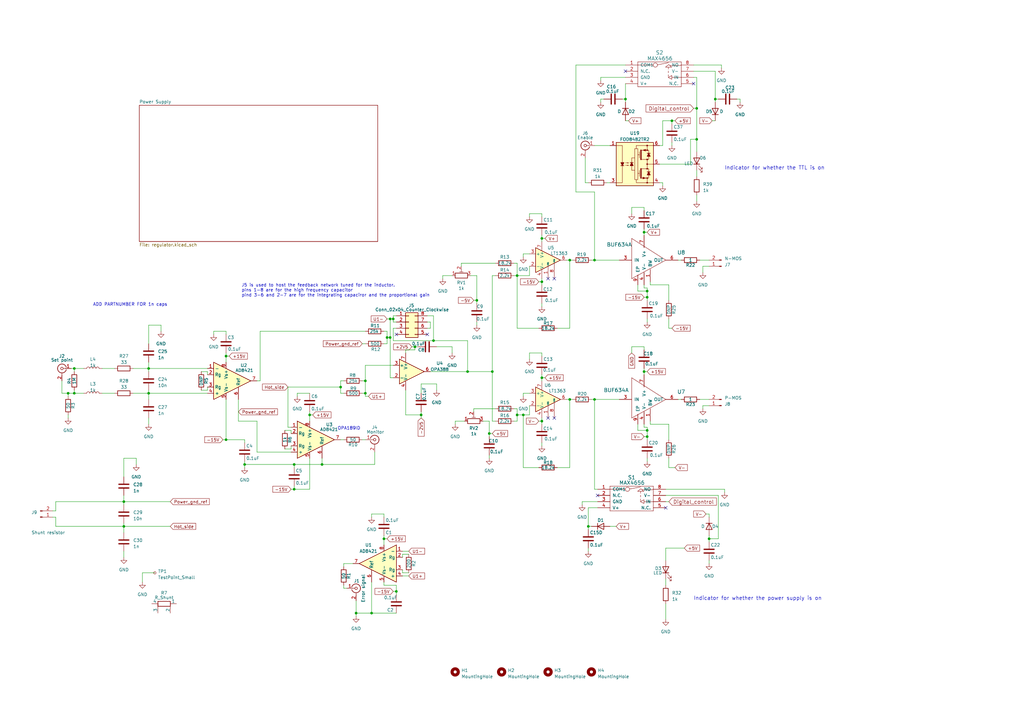
<source format=kicad_sch>
(kicad_sch (version 20230121) (generator eeschema)
  (paper "A3")
  (title_block (title "Schine Lab Circuit Combined") (date "2023-05-05") (rev "1") (comment 1 "By Jaden He"))
  (junction (at 158.75 138.43))
  (junction (at 264.16 152.4))
  (junction (at 161.29 130.81))
  (junction (at 222.25 172.72))
  (junction (at 293.37 40.64))
  (junction (at 212.09 113.03))
  (junction (at 222.25 154.94))
  (junction (at 243.84 106.68))
  (junction (at 160.02 138.43))
  (junction (at 265.43 119.38))
  (junction (at 152.4 251.46))
  (junction (at 149.86 156.21))
  (junction (at 214.63 170.18))
  (junction (at 265.43 176.53))
  (junction (at 170.18 142.24))
  (junction (at 285.75 44.45))
  (junction (at 157.48 220.98))
  (junction (at 275.59 49.53))
  (junction (at 201.93 152.4))
  (junction (at 191.77 152.4))
  (junction (at 290.83 220.98))
  (junction (at 30.48 161.29))
  (junction (at 92.71 180.34))
  (junction (at 27.94 161.29))
  (junction (at 100.33 190.5))
  (junction (at 162.56 242.57))
  (junction (at 132.08 190.5))
  (junction (at 256.54 40.64))
  (junction (at 92.71 146.05))
  (junction (at 200.66 177.8))
  (junction (at 50.8 205.74))
  (junction (at 241.3 215.9))
  (junction (at 265.43 179.07))
  (junction (at 233.68 106.68))
  (junction (at 172.72 170.18))
  (junction (at 50.8 215.9))
  (junction (at 120.65 190.5))
  (junction (at 177.8 139.7))
  (junction (at 149.86 161.29))
  (junction (at 222.25 115.57))
  (junction (at 233.68 163.83))
  (junction (at 60.96 161.29))
  (junction (at 60.96 151.13))
  (junction (at 195.58 123.19))
  (junction (at 120.65 200.66))
  (junction (at 146.05 251.46))
  (junction (at 265.43 121.92))
  (junction (at 264.16 95.25))
  (junction (at 243.84 163.83))
  (junction (at 160.02 130.81))
  (junction (at 139.7 158.75))
  (junction (at 222.25 97.79))
  (junction (at 285.75 57.15))
  (junction (at 30.48 151.13))
  (junction (at 127 170.18))
  (junction (at 212.09 170.18))
  (no_connect (at 175.26 137.16))
  (no_connect (at 284.48 34.29))
  (no_connect (at 162.56 137.16))
  (no_connect (at 256.54 29.21))
  (no_connect (at 227.33 114.3))
  (no_connect (at 245.11 203.2))
  (no_connect (at 273.05 208.28))
  (no_connect (at 224.79 114.3))
  (no_connect (at 227.33 171.45))
  (no_connect (at 224.79 171.45))
  (wire (pts (xy 161.29 132.08) (xy 162.56 132.08)))
  (wire (pts (xy 140.97 241.3) (xy 142.24 241.3)))
  (wire (pts (xy 140.97 231.14) (xy 144.78 231.14)))
  (wire (pts (xy 172.72 157.48) (xy 179.07 157.48)))
  (wire (pts (xy 158.75 130.81) (xy 160.02 130.81)))
  (wire (pts (xy 265.43 175.26) (xy 265.43 176.53)))
  (wire (pts (xy 264.16 175.26) (xy 265.43 175.26)))
  (wire (pts (xy 85.09 160.02) (xy 82.55 160.02)))
  (wire (pts (xy 165.1 234.95) (xy 165.1 233.68)))
  (wire (pts (xy 241.3 215.9) (xy 241.3 208.28)))
  (wire (pts (xy 152.4 251.46) (xy 162.56 251.46)))
  (wire (pts (xy 289.56 210.82) (xy 290.83 210.82)))
  (wire (pts (xy 233.68 106.68) (xy 233.68 134.62)))
  (wire (pts (xy 161.29 134.62) (xy 161.29 139.7)))
  (wire (pts (xy 265.43 179.07) (xy 265.43 180.34)))
  (wire (pts (xy 243.84 163.83) (xy 243.84 200.66)))
  (wire (pts (xy 27.94 161.29) (xy 25.4 161.29)))
  (wire (pts (xy 290.83 210.82) (xy 290.83 212.09)))
  (wire (pts (xy 60.96 148.59) (xy 60.96 151.13)))
  (wire (pts (xy 222.25 114.3) (xy 222.25 115.57)))
  (wire (pts (xy 275.59 49.53) (xy 275.59 50.8)))
  (wire (pts (xy 243.84 106.68) (xy 254 106.68)))
  (wire (pts (xy 233.68 163.83) (xy 234.95 163.83)))
  (wire (pts (xy 119.38 184.15) (xy 116.84 184.15)))
  (wire (pts (xy 287.02 163.83) (xy 290.83 163.83)))
  (wire (pts (xy 265.43 121.92) (xy 265.43 123.19)))
  (wire (pts (xy 214.63 162.56) (xy 214.63 161.29)))
  (wire (pts (xy 266.7 173.99) (xy 274.32 173.99)))
  (wire (pts (xy 177.8 139.7) (xy 191.77 139.7)))
  (wire (pts (xy 273.05 203.2) (xy 294.64 203.2)))
  (wire (pts (xy 274.32 134.62) (xy 274.32 130.81)))
  (wire (pts (xy 50.8 205.74) (xy 69.85 205.74)))
  (wire (pts (xy 60.96 161.29) (xy 60.96 163.83)))
  (wire (pts (xy 132.08 187.96) (xy 132.08 190.5)))
  (wire (pts (xy 270.51 67.31) (xy 283.21 67.31)))
  (wire (pts (xy 265.43 118.11) (xy 265.43 119.38)))
  (wire (pts (xy 290.83 229.87) (xy 290.83 231.14)))
  (wire (pts (xy 261.62 173.99) (xy 261.62 176.53)))
  (wire (pts (xy 146.05 246.38) (xy 146.05 251.46)))
  (wire (pts (xy 179.07 142.24) (xy 185.42 142.24)))
  (wire (pts (xy 243.84 78.74) (xy 236.22 78.74)))
  (wire (pts (xy 92.71 180.34) (xy 100.33 180.34)))
  (wire (pts (xy 139.7 161.29) (xy 140.97 161.29)))
  (wire (pts (xy 278.13 106.68) (xy 279.4 106.68)))
  (wire (pts (xy 166.37 170.18) (xy 166.37 160.02)))
  (wire (pts (xy 140.97 240.03) (xy 140.97 241.3)))
  (wire (pts (xy 212.09 107.95) (xy 212.09 113.03)))
  (wire (pts (xy 66.04 135.89) (xy 66.04 133.35)))
  (wire (pts (xy 238.76 205.74) (xy 238.76 207.01)))
  (wire (pts (xy 217.17 144.78) (xy 222.25 144.78)))
  (wire (pts (xy 214.63 191.77) (xy 220.98 191.77)))
  (wire (pts (xy 212.09 167.64) (xy 210.82 167.64)))
  (wire (pts (xy 236.22 26.67) (xy 256.54 26.67)))
  (wire (pts (xy 160.02 138.43) (xy 160.02 130.81)))
  (wire (pts (xy 87.63 137.16) (xy 87.63 135.89)))
  (wire (pts (xy 22.86 212.09) (xy 22.86 215.9)))
  (wire (pts (xy 161.29 149.86) (xy 149.86 149.86)))
  (wire (pts (xy 160.02 130.81) (xy 161.29 130.81)))
  (wire (pts (xy 21.59 212.09) (xy 22.86 212.09)))
  (wire (pts (xy 105.41 172.72) (xy 105.41 185.42)))
  (wire (pts (xy 246.38 40.64) (xy 247.65 40.64)))
  (wire (pts (xy 157.48 220.98) (xy 157.48 219.71)))
  (wire (pts (xy 222.25 96.52) (xy 222.25 97.79)))
  (wire (pts (xy 212.09 170.18) (xy 212.09 167.64)))
  (wire (pts (xy 127 168.91) (xy 127 170.18)))
  (wire (pts (xy 293.37 29.21) (xy 293.37 40.64)))
  (wire (pts (xy 191.77 152.4) (xy 201.93 152.4)))
  (wire (pts (xy 127 187.96) (xy 127 200.66)))
  (wire (pts (xy 294.64 203.2) (xy 294.64 220.98)))
  (wire (pts (xy 50.8 215.9) (xy 50.8 218.44)))
  (wire (pts (xy 152.4 210.82) (xy 152.4 212.09)))
  (wire (pts (xy 222.25 87.63) (xy 222.25 88.9)))
  (wire (pts (xy 222.25 154.94) (xy 223.52 154.94)))
  (wire (pts (xy 176.53 132.08) (xy 175.26 132.08)))
  (wire (pts (xy 222.25 97.79) (xy 222.25 99.06)))
  (wire (pts (xy 276.86 49.53) (xy 275.59 49.53)))
  (wire (pts (xy 261.62 176.53) (xy 265.43 176.53)))
  (wire (pts (xy 146.05 251.46) (xy 152.4 251.46)))
  (wire (pts (xy 119.38 177.8) (xy 119.38 176.53)))
  (wire (pts (xy 172.72 171.45) (xy 172.72 170.18)))
  (wire (pts (xy 100.33 189.23) (xy 100.33 190.5)))
  (wire (pts (xy 119.38 176.53) (xy 116.84 176.53)))
  (wire (pts (xy 161.29 139.7) (xy 177.8 139.7)))
  (wire (pts (xy 166.37 144.78) (xy 166.37 143.51)))
  (wire (pts (xy 87.63 135.89) (xy 92.71 135.89)))
  (wire (pts (xy 266.7 116.84) (xy 274.32 116.84)))
  (wire (pts (xy 241.3 215.9) (xy 241.3 217.17)))
  (wire (pts (xy 149.86 156.21) (xy 149.86 161.29)))
  (wire (pts (xy 210.82 107.95) (xy 212.09 107.95)))
  (wire (pts (xy 265.43 119.38) (xy 265.43 121.92)))
  (wire (pts (xy 284.48 29.21) (xy 293.37 29.21)))
  (wire (pts (xy 297.18 200.66) (xy 297.18 201.93)))
  (wire (pts (xy 193.04 113.03) (xy 195.58 113.03)))
  (wire (pts (xy 273.05 224.79) (xy 273.05 229.87)))
  (wire (pts (xy 256.54 49.53) (xy 257.81 49.53)))
  (wire (pts (xy 222.25 153.67) (xy 222.25 154.94)))
  (wire (pts (xy 212.09 134.62) (xy 220.98 134.62)))
  (wire (pts (xy 222.25 124.46) (xy 222.25 125.73)))
  (wire (pts (xy 165.1 234.95) (xy 167.64 234.95)))
  (wire (pts (xy 148.59 161.29) (xy 149.86 161.29)))
  (wire (pts (xy 232.41 106.68) (xy 233.68 106.68)))
  (wire (pts (xy 290.83 109.22) (xy 288.29 109.22)))
  (wire (pts (xy 22.86 215.9) (xy 50.8 215.9)))
  (wire (pts (xy 179.07 157.48) (xy 179.07 160.02)))
  (wire (pts (xy 21.59 209.55) (xy 22.86 209.55)))
  (wire (pts (xy 118.11 158.75) (xy 139.7 158.75)))
  (wire (pts (xy 220.98 172.72) (xy 222.25 172.72)))
  (wire (pts (xy 214.63 104.14) (xy 217.17 104.14)))
  (wire (pts (xy 166.37 143.51) (xy 170.18 143.51)))
  (wire (pts (xy 120.65 191.77) (xy 120.65 190.5)))
  (wire (pts (xy 97.79 172.72) (xy 105.41 172.72)))
  (wire (pts (xy 60.96 133.35) (xy 60.96 140.97)))
  (wire (pts (xy 30.48 151.13) (xy 30.48 152.4)))
  (wire (pts (xy 278.13 163.83) (xy 279.4 163.83)))
  (wire (pts (xy 264.16 116.84) (xy 264.16 118.11)))
  (wire (pts (xy 162.56 134.62) (xy 161.29 134.62)))
  (wire (pts (xy 293.37 40.64) (xy 294.64 40.64)))
  (wire (pts (xy 270.51 59.69) (xy 271.78 59.69)))
  (wire (pts (xy 284.48 44.45) (xy 285.75 44.45)))
  (wire (pts (xy 242.57 106.68) (xy 243.84 106.68)))
  (wire (pts (xy 167.64 227.33) (xy 165.1 227.33)))
  (wire (pts (xy 264.16 85.09) (xy 264.16 86.36)))
  (wire (pts (xy 132.08 190.5) (xy 153.67 190.5)))
  (wire (pts (xy 29.21 151.13) (xy 30.48 151.13)))
  (wire (pts (xy 149.86 162.56) (xy 151.13 162.56)))
  (wire (pts (xy 285.75 31.75) (xy 285.75 44.45)))
  (wire (pts (xy 120.65 199.39) (xy 120.65 200.66)))
  (wire (pts (xy 303.53 40.64) (xy 303.53 41.91)))
  (wire (pts (xy 160.02 138.43) (xy 158.75 138.43)))
  (wire (pts (xy 161.29 130.81) (xy 161.29 129.54)))
  (wire (pts (xy 232.41 163.83) (xy 233.68 163.83)))
  (wire (pts (xy 181.61 113.03) (xy 185.42 113.03)))
  (wire (pts (xy 152.4 210.82) (xy 157.48 210.82)))
  (wire (pts (xy 284.48 26.67) (xy 295.91 26.67)))
  (wire (pts (xy 248.92 74.93) (xy 250.19 74.93)))
  (wire (pts (xy 264.16 142.24) (xy 264.16 143.51)))
  (wire (pts (xy 149.86 161.29) (xy 149.86 162.56)))
  (wire (pts (xy 200.66 186.69) (xy 200.66 187.96)))
  (wire (pts (xy 201.93 152.4) (xy 201.93 113.03)))
  (wire (pts (xy 161.29 129.54) (xy 162.56 129.54)))
  (wire (pts (xy 30.48 151.13) (xy 34.29 151.13)))
  (wire (pts (xy 185.42 142.24) (xy 185.42 144.78)))
  (wire (pts (xy 217.17 166.37) (xy 217.17 170.18)))
  (wire (pts (xy 195.58 124.46) (xy 195.58 123.19)))
  (wire (pts (xy 275.59 134.62) (xy 274.32 134.62)))
  (wire (pts (xy 148.59 140.97) (xy 149.86 140.97)))
  (wire (pts (xy 288.29 109.22) (xy 288.29 111.76)))
  (wire (pts (xy 233.68 163.83) (xy 233.68 191.77)))
  (wire (pts (xy 264.16 121.92) (xy 265.43 121.92)))
  (wire (pts (xy 266.7 172.72) (xy 266.7 173.99)))
  (wire (pts (xy 212.09 113.03) (xy 217.17 113.03)))
  (wire (pts (xy 285.75 57.15) (xy 285.75 62.23)))
  (wire (pts (xy 210.82 172.72) (xy 212.09 172.72)))
  (wire (pts (xy 302.26 40.64) (xy 303.53 40.64)))
  (wire (pts (xy 175.26 134.62) (xy 176.53 134.62)))
  (wire (pts (xy 243.84 106.68) (xy 243.84 78.74)))
  (wire (pts (xy 30.48 161.29) (xy 30.48 160.02)))
  (wire (pts (xy 273.05 247.65) (xy 273.05 254)))
  (wire (pts (xy 27.94 161.29) (xy 27.94 162.56)))
  (wire (pts (xy 22.86 205.74) (xy 50.8 205.74)))
  (wire (pts (xy 217.17 109.22) (xy 217.17 113.03)))
  (wire (pts (xy 161.29 242.57) (xy 162.56 242.57)))
  (wire (pts (xy 85.09 152.4) (xy 82.55 152.4)))
  (wire (pts (xy 271.78 49.53) (xy 275.59 49.53)))
  (wire (pts (xy 214.63 170.18) (xy 217.17 170.18)))
  (wire (pts (xy 118.11 158.75) (xy 118.11 175.26)))
  (wire (pts (xy 255.27 40.64) (xy 256.54 40.64)))
  (wire (pts (xy 214.63 104.14) (xy 214.63 105.373)))
  (wire (pts (xy 139.7 158.75) (xy 139.7 156.21)))
  (wire (pts (xy 146.05 251.46) (xy 146.05 252.73)))
  (wire (pts (xy 270.51 74.93) (xy 271.78 74.93)))
  (wire (pts (xy 241.3 224.79) (xy 241.3 226.06)))
  (wire (pts (xy 264.16 152.4) (xy 264.16 153.67)))
  (wire (pts (xy 264.16 151.13) (xy 264.16 152.4)))
  (wire (pts (xy 162.56 243.84) (xy 162.56 242.57)))
  (wire (pts (xy 119.38 200.66) (xy 120.65 200.66)))
  (wire (pts (xy 203.2 172.72) (xy 201.93 172.72)))
  (wire (pts (xy 271.78 59.69) (xy 271.78 49.53)))
  (wire (pts (xy 265.43 130.81) (xy 265.43 132.08)))
  (wire (pts (xy 266.7 115.57) (xy 266.7 116.84)))
  (wire (pts (xy 265.43 176.53) (xy 265.43 179.07)))
  (wire (pts (xy 106.68 156.21) (xy 106.68 135.89)))
  (wire (pts (xy 170.18 142.24) (xy 168.91 142.24)))
  (wire (pts (xy 100.33 190.5) (xy 120.65 190.5)))
  (wire (pts (xy 66.04 133.35) (xy 60.96 133.35)))
  (wire (pts (xy 285.75 44.45) (xy 285.75 57.15)))
  (wire (pts (xy 92.71 163.83) (xy 92.71 180.34)))
  (wire (pts (xy 201.93 113.03) (xy 203.2 113.03)))
  (wire (pts (xy 256.54 34.29) (xy 256.54 40.64)))
  (wire (pts (xy 275.59 58.42) (xy 275.59 59.69)))
  (wire (pts (xy 195.58 132.08) (xy 195.58 133.35)))
  (wire (pts (xy 50.8 226.06) (xy 50.8 228.6)))
  (wire (pts (xy 264.16 173.99) (xy 264.16 175.26)))
  (wire (pts (xy 261.62 119.38) (xy 265.43 119.38)))
  (wire (pts (xy 233.68 106.68) (xy 234.95 106.68)))
  (wire (pts (xy 228.6 191.77) (xy 233.68 191.77)))
  (wire (pts (xy 195.58 123.19) (xy 194.31 123.19)))
  (wire (pts (xy 148.59 180.34) (xy 149.86 180.34)))
  (wire (pts (xy 287.02 106.68) (xy 290.83 106.68)))
  (wire (pts (xy 222.25 172.72) (xy 222.25 173.99)))
  (wire (pts (xy 58.42 234.95) (xy 58.42 238.76)))
  (wire (pts (xy 194.31 167.64) (xy 203.2 167.64)))
  (wire (pts (xy 165.1 226.06) (xy 167.64 226.06)))
  (wire (pts (xy 241.3 215.9) (xy 242.57 215.9)))
  (wire (pts (xy 212.09 170.18) (xy 214.63 170.18)))
  (wire (pts (xy 30.48 161.29) (xy 27.94 161.29)))
  (wire (pts (xy 250.19 215.9) (xy 252.73 215.9)))
  (wire (pts (xy 256.54 40.64) (xy 256.54 41.91)))
  (wire (pts (xy 175.26 129.54) (xy 177.8 129.54)))
  (wire (pts (xy 157.48 210.82) (xy 157.48 212.09)))
  (wire (pts (xy 290.83 220.98) (xy 290.83 222.25)))
  (wire (pts (xy 105.41 156.21) (xy 106.68 156.21)))
  (wire (pts (xy 127 161.29) (xy 121.92 161.29)))
  (wire (pts (xy 222.25 181.61) (xy 222.25 182.88)))
  (wire (pts (xy 172.72 157.48) (xy 172.72 161.29)))
  (wire (pts (xy 149.86 149.86) (xy 149.86 156.21)))
  (wire (pts (xy 177.8 129.54) (xy 177.8 139.7)))
  (wire (pts (xy 176.53 134.62) (xy 176.53 132.08)))
  (wire (pts (xy 148.59 156.21) (xy 149.86 156.21)))
  (wire (pts (xy 60.96 171.45) (xy 60.96 173.99)))
  (wire (pts (xy 157.48 220.98) (xy 158.75 220.98)))
  (wire (pts (xy 54.61 151.13) (xy 60.96 151.13)))
  (wire (pts (xy 189.23 107.95) (xy 203.2 107.95)))
  (wire (pts (xy 106.68 135.89) (xy 149.86 135.89)))
  (wire (pts (xy 55.88 187.96) (xy 50.8 187.96)))
  (wire (pts (xy 264.16 95.25) (xy 264.16 96.52)))
  (wire (pts (xy 290.83 166.37) (xy 288.29 166.37)))
  (wire (pts (xy 139.7 156.21) (xy 140.97 156.21)))
  (wire (pts (xy 259.08 85.09) (xy 264.16 85.09)))
  (wire (pts (xy 264.16 179.07) (xy 265.43 179.07)))
  (wire (pts (xy 50.8 205.74) (xy 50.8 207.01)))
  (wire (pts (xy 157.48 240.03) (xy 162.56 240.03)))
  (wire (pts (xy 157.48 223.52) (xy 157.48 220.98)))
  (wire (pts (xy 50.8 215.9) (xy 69.85 215.9)))
  (wire (pts (xy 259.08 142.24) (xy 259.08 144.78)))
  (wire (pts (xy 157.48 238.76) (xy 157.48 240.03)))
  (wire (pts (xy 236.22 78.74) (xy 236.22 26.67)))
  (wire (pts (xy 214.63 170.18) (xy 214.63 191.77)))
  (wire (pts (xy 217.17 147.32) (xy 217.17 144.78)))
  (wire (pts (xy 119.38 182.88) (xy 119.38 184.15)))
  (wire (pts (xy 92.71 146.05) (xy 92.71 148.59)))
  (wire (pts (xy 222.25 97.79) (xy 223.52 97.79)))
  (wire (pts (xy 30.48 161.29) (xy 34.29 161.29)))
  (wire (pts (xy 172.72 170.18) (xy 166.37 170.18)))
  (wire (pts (xy 222.25 154.94) (xy 222.25 156.21)))
  (wire (pts (xy 60.96 161.29) (xy 60.96 160.02)))
  (wire (pts (xy 176.53 152.4) (xy 191.77 152.4)))
  (wire (pts (xy 194.31 168.91) (xy 194.31 167.64)))
  (wire (pts (xy 120.65 200.66) (xy 127 200.66)))
  (wire (pts (xy 171.45 142.24) (xy 170.18 142.24)))
  (wire (pts (xy 273.05 224.79) (xy 280.67 224.79)))
  (wire (pts (xy 212.09 113.03) (xy 212.09 134.62)))
  (wire (pts (xy 97.79 163.83) (xy 97.79 172.72)))
  (wire (pts (xy 25.4 161.29) (xy 25.4 156.21)))
  (wire (pts (xy 220.98 115.57) (xy 222.25 115.57)))
  (wire (pts (xy 100.33 190.5) (xy 100.33 191.77)))
  (wire (pts (xy 293.37 41.91) (xy 293.37 40.64)))
  (wire (pts (xy 264.16 93.98) (xy 264.16 95.25)))
  (wire (pts (xy 60.96 151.13) (xy 85.09 151.13)))
  (wire (pts (xy 264.16 118.11) (xy 265.43 118.11)))
  (wire (pts (xy 191.77 139.7) (xy 191.77 152.4)))
  (wire (pts (xy 55.88 190.5) (xy 55.88 187.96)))
  (wire (pts (xy 274.32 173.99) (xy 274.32 180.34)))
  (wire (pts (xy 54.61 161.29) (xy 60.96 161.29)))
  (wire (pts (xy 92.71 144.78) (xy 92.71 146.05)))
  (wire (pts (xy 259.08 142.24) (xy 264.16 142.24)))
  (wire (pts (xy 259.08 85.09) (xy 259.08 87.63)))
  (wire (pts (xy 152.4 251.46) (xy 152.4 238.76)))
  (wire (pts (xy 242.57 163.83) (xy 243.84 163.83)))
  (wire (pts (xy 283.21 57.15) (xy 283.21 67.31)))
  (wire (pts (xy 284.48 31.75) (xy 285.75 31.75)))
  (wire (pts (xy 200.66 172.72) (xy 198.12 172.72)))
  (wire (pts (xy 200.66 177.8) (xy 200.66 179.07)))
  (wire (pts (xy 161.29 154.94) (xy 160.02 154.94)))
  (wire (pts (xy 238.76 205.74) (xy 245.11 205.74)))
  (wire (pts (xy 50.8 187.96) (xy 50.8 195.58)))
  (wire (pts (xy 285.75 57.15) (xy 283.21 57.15)))
  (wire (pts (xy 170.18 142.24) (xy 170.18 143.51)))
  (wire (pts (xy 92.71 146.05) (xy 93.98 146.05)))
  (wire (pts (xy 273.05 205.74) (xy 274.32 205.74)))
  (wire (pts (xy 222.25 144.78) (xy 222.25 146.05)))
  (wire (pts (xy 240.03 74.93) (xy 241.3 74.93)))
  (wire (pts (xy 265.43 152.4) (xy 264.16 152.4)))
  (wire (pts (xy 165.1 236.22) (xy 167.64 236.22)))
  (wire (pts (xy 214.63 161.29) (xy 217.17 161.29)))
  (wire (pts (xy 162.56 242.57) (xy 162.56 240.03)))
  (wire (pts (xy 189.23 109.22) (xy 189.23 107.95)))
  (wire (pts (xy 222.25 115.57) (xy 222.25 116.84)))
  (wire (pts (xy 274.32 116.84) (xy 274.32 123.19)))
  (wire (pts (xy 165.1 227.33) (xy 165.1 228.6)))
  (wire (pts (xy 153.67 185.42) (xy 153.67 190.5)))
  (wire (pts (xy 274.32 191.77) (xy 276.86 191.77)))
  (wire (pts (xy 60.96 151.13) (xy 60.96 152.4)))
  (wire (pts (xy 160.02 138.43) (xy 160.02 154.94)))
  (wire (pts (xy 290.83 220.98) (xy 294.64 220.98)))
  (wire (pts (xy 222.25 171.45) (xy 222.25 172.72)))
  (wire (pts (xy 243.84 59.69) (xy 250.19 59.69)))
  (wire (pts (xy 201.93 152.4) (xy 201.93 172.72)))
  (wire (pts (xy 158.75 135.89) (xy 158.75 138.43)))
  (wire (pts (xy 41.91 151.13) (xy 46.99 151.13)))
  (wire (pts (xy 50.8 215.9) (xy 50.8 214.63)))
  (wire (pts (xy 85.09 161.29) (xy 60.96 161.29)))
  (wire (pts (xy 118.11 175.26) (xy 119.38 175.26)))
  (wire (pts (xy 285.75 80.01) (xy 285.75 82.55)))
  (wire (pts (xy 158.75 138.43) (xy 158.75 140.97)))
  (wire (pts (xy 139.7 161.29) (xy 139.7 158.75)))
  (wire (pts (xy 243.84 200.66) (xy 245.11 200.66)))
  (wire (pts (xy 246.38 40.64) (xy 246.38 41.91)))
  (wire (pts (xy 200.66 172.72) (xy 200.66 177.8)))
  (wire (pts (xy 157.48 135.89) (xy 158.75 135.89)))
  (wire (pts (xy 233.68 134.62) (xy 228.6 134.62)))
  (wire (pts (xy 241.3 208.28) (xy 245.11 208.28)))
  (wire (pts (xy 91.44 180.34) (xy 92.71 180.34)))
  (wire (pts (xy 217.17 87.63) (xy 222.25 87.63)))
  (wire (pts (xy 172.72 170.18) (xy 172.72 168.91)))
  (wire (pts (xy 127 170.18) (xy 128.27 170.18)))
  (wire (pts (xy 85.09 153.67) (xy 85.09 152.4)))
  (wire (pts (xy 92.71 135.89) (xy 92.71 137.16)))
  (wire (pts (xy 22.86 209.55) (xy 22.86 205.74)))
  (wire (pts (xy 121.92 161.29) (xy 121.92 162.56)))
  (wire (pts (xy 274.32 191.77) (xy 274.32 187.96)))
  (wire (pts (xy 246.38 33.02) (xy 246.38 31.75)))
  (wire (pts (xy 288.29 166.37) (xy 288.29 167.64)))
  (wire (pts (xy 210.82 113.03) (xy 212.09 113.03)))
  (wire (pts (xy 292.1 49.53) (xy 293.37 49.53)))
  (wire (pts (xy 190.5 172.72) (xy 186.69 172.72)))
  (wire (pts (xy 186.69 172.72) (xy 186.69 173.99)))
  (wire (pts (xy 195.58 113.03) (xy 195.58 123.19)))
  (wire (pts (xy 161.29 132.08) (xy 161.29 130.81)))
  (wire (pts (xy 273.05 237.49) (xy 273.05 240.03)))
  (wire (pts (xy 27.94 170.18) (xy 27.94 171.45)))
  (wire (pts (xy 139.7 180.34) (xy 140.97 180.34)))
  (wire (pts (xy 243.84 163.83) (xy 254 163.83)))
  (wire (pts (xy 127 170.18) (xy 127 172.72)))
  (wire (pts (xy 212.09 172.72) (xy 212.09 170.18)))
  (wire (pts (xy 265.43 187.96) (xy 265.43 189.23)))
  (wire (pts (xy 85.09 158.75) (xy 85.09 160.02)))
  (wire (pts (xy 63.5 234.95) (xy 58.42 234.95)))
  (wire (pts (xy 181.61 114.3) (xy 181.61 113.03)))
  (wire (pts (xy 100.33 181.61) (xy 100.33 180.34)))
  (wire (pts (xy 200.66 177.8) (xy 201.93 177.8)))
  (wire (pts (xy 271.78 76.2) (xy 271.78 74.93)))
  (wire (pts (xy 295.91 26.67) (xy 295.91 27.94)))
  (wire (pts (xy 158.75 140.97) (xy 157.48 140.97)))
  (wire (pts (xy 261.62 116.84) (xy 261.62 119.38)))
  (wire (pts (xy 119.38 185.42) (xy 105.41 185.42)))
  (wire (pts (xy 240.03 64.77) (xy 240.03 74.93)))
  (wire (pts (xy 285.75 69.85) (xy 285.75 72.39)))
  (wire (pts (xy 50.8 203.2) (xy 50.8 205.74)))
  (wire (pts (xy 217.17 87.63) (xy 217.17 88.9)))
  (wire (pts (xy 41.91 161.29) (xy 46.99 161.29)))
  (wire (pts (xy 120.65 190.5) (xy 132.08 190.5)))
  (wire (pts (xy 273.05 200.66) (xy 297.18 200.66)))
  (wire (pts (xy 140.97 232.41) (xy 140.97 231.14)))
  (wire (pts (xy 290.83 219.71) (xy 290.83 220.98)))
  (wire (pts (xy 264.16 95.25) (xy 265.43 95.25)))
  (wire (pts (xy 246.38 31.75) (xy 256.54 31.75)))
  (text "J5 is used to host the feedback network tuned for the inductor.\npins 1-8 are for the high frequency capacitor\npind 3-6 and 2-7 are for the integrating capaciror and the proportional gain   " (at 99.06 121.92 0) (effects (font (size 1.27 1.27)) (justify left bottom)))
  (text "ADD PARTNUMBER FOR 1n caps" (at 38.1 125.73 0) (effects (font (size 1.27 1.27)) (justify left bottom)))
  (text "Indicator for whether the TTL is on" (at 297.18 69.85 0) (effects (font (size 1.524 1.524)) (justify left bottom)))
  (text "Indicator for whether the power supply is on" (at 284.48 246.38 0) (effects (font (size 1.524 1.524)) (justify left bottom)))
  (text "OPA189ID" (at 138.43 176.53 0) (effects (font (size 1.27 1.27)) (justify left bottom)))
  (global_label "+5V" (shape input) (at 280.67 224.79 0) (property "Intersheetrefs" "${INTERSHEET_REFS}" (effects hide)))
  (global_label "V+" (shape input) (at 223.52 97.79 0) (property "Intersheetrefs" "${INTERSHEET_REFS}" (effects hide)))
  (global_label "-15V" (shape input) (at 220.98 115.57 180) (property "Intersheetrefs" "${INTERSHEET_REFS}" (effects hide)))
  (global_label "-15V" (shape input) (at 161.29 242.57 180) (property "Intersheetrefs" "${INTERSHEET_REFS}" (effects hide)))
  (global_label "Digital_control" (shape input) (at 284.48 44.45 180) (effects (font (size 1.524 1.524))) (property "Intersheetrefs" "${INTERSHEET_REFS}" (effects hide)))
  (global_label "V+" (shape input) (at 257.81 49.53 0) (property "Intersheetrefs" "${INTERSHEET_REFS}" (effects hide)))
  (global_label "V-" (shape input) (at 276.86 191.77 0) (property "Intersheetrefs" "${INTERSHEET_REFS}" (effects hide)))
  (global_label "U1-" (shape input) (at 158.75 130.81 180) (property "Intersheetrefs" "${INTERSHEET_REFS}" (effects hide)))
  (global_label "Power_gnd_ref" (shape input) (at 97.79 168.91 0) (property "Intersheetrefs" "${INTERSHEET_REFS}" (effects hide)))
  (global_label "Hot_side" (shape input) (at 69.85 215.9 0) (property "Intersheetrefs" "${INTERSHEET_REFS}" (effects hide)))
  (global_label "-15V" (shape input) (at 91.44 180.34 180) (property "Intersheetrefs" "${INTERSHEET_REFS}" (effects hide)))
  (global_label "Hot_side" (shape input) (at 118.11 158.75 180) (property "Intersheetrefs" "${INTERSHEET_REFS}" (effects hide)))
  (global_label "+15V" (shape input) (at 158.75 220.98 0) (property "Intersheetrefs" "${INTERSHEET_REFS}" (effects hide)))
  (global_label "Power_gnd_ref" (shape input) (at 69.85 205.74 0) (property "Intersheetrefs" "${INTERSHEET_REFS}" (effects hide)))
  (global_label "V+" (shape input) (at 265.43 95.25 0) (property "Intersheetrefs" "${INTERSHEET_REFS}" (effects hide)))
  (global_label "-5V" (shape input) (at 194.31 123.19 180) (property "Intersheetrefs" "${INTERSHEET_REFS}" (effects hide)))
  (global_label "+5V" (shape input) (at 201.93 177.8 0) (property "Intersheetrefs" "${INTERSHEET_REFS}" (effects hide)))
  (global_label "-15V" (shape input) (at 264.16 121.92 180) (property "Intersheetrefs" "${INTERSHEET_REFS}" (effects hide)))
  (global_label "V+" (shape input) (at 252.73 215.9 0) (property "Intersheetrefs" "${INTERSHEET_REFS}" (effects hide)))
  (global_label "+15V" (shape input) (at 128.27 170.18 0) (property "Intersheetrefs" "${INTERSHEET_REFS}" (effects hide)))
  (global_label "+5V" (shape input) (at 276.86 49.53 0) (property "Intersheetrefs" "${INTERSHEET_REFS}" (effects hide)))
  (global_label "V-" (shape input) (at 220.98 172.72 180) (property "Intersheetrefs" "${INTERSHEET_REFS}" (effects hide)))
  (global_label "U1+" (shape input) (at 167.64 236.22 0) (property "Intersheetrefs" "${INTERSHEET_REFS}" (effects hide)))
  (global_label "+2V5" (shape input) (at 168.91 142.24 180) (property "Intersheetrefs" "${INTERSHEET_REFS}" (effects hide)))
  (global_label "U1+" (shape input) (at 151.13 162.56 0) (property "Intersheetrefs" "${INTERSHEET_REFS}" (effects hide)))
  (global_label "-2V5" (shape input) (at 172.72 171.45 270) (property "Intersheetrefs" "${INTERSHEET_REFS}" (effects hide)))
  (global_label "Digital_control" (shape input) (at 274.32 205.74 0) (effects (font (size 1.524 1.524))) (property "Intersheetrefs" "${INTERSHEET_REFS}" (effects hide)))
  (global_label "Power_gnd_ref" (shape input) (at 148.59 140.97 180) (property "Intersheetrefs" "${INTERSHEET_REFS}" (effects hide)))
  (global_label "U1-" (shape input) (at 167.64 226.06 0) (property "Intersheetrefs" "${INTERSHEET_REFS}" (effects hide)))
  (global_label "+15V" (shape input) (at 223.52 154.94 0) (property "Intersheetrefs" "${INTERSHEET_REFS}" (effects hide)))
  (global_label "-15V" (shape input) (at 119.38 200.66 180) (property "Intersheetrefs" "${INTERSHEET_REFS}" (effects hide)))
  (global_label "GND" (shape input) (at 259.08 144.78 270) (property "Intersheetrefs" "${INTERSHEET_REFS}" (effects hide)))
  (global_label "V-" (shape input) (at 264.16 179.07 180) (property "Intersheetrefs" "${INTERSHEET_REFS}" (effects hide)))
  (global_label "-15V" (shape input) (at 275.59 134.62 0) (property "Intersheetrefs" "${INTERSHEET_REFS}" (effects hide)))
  (global_label "+15V" (shape input) (at 265.43 152.4 0) (property "Intersheetrefs" "${INTERSHEET_REFS}" (effects hide)))
  (global_label "V-" (shape input) (at 289.56 210.82 180) (property "Intersheetrefs" "${INTERSHEET_REFS}" (effects hide)))
  (global_label "+15V" (shape input) (at 93.98 146.05 0) (property "Intersheetrefs" "${INTERSHEET_REFS}" (effects hide)))
  (global_label "V-" (shape input) (at 292.1 49.53 180) (property "Intersheetrefs" "${INTERSHEET_REFS}" (effects hide)))
  (symbol (lib_id "front-rescue:MAX4656") (at 270.51 30.48 0) (unit 1)
    (property "Reference" "S2" (at 270.51 21.59 0) (effects (font (size 1.524 1.524))))
    (property "Value" "MAX4656" (at 270.637 24.003 0) (effects (font (size 1.524 1.524))))
    (property "Footprint" "zKiCadFootprints:MAX4656ESA+" (effects hide))
    (property "DIGIKEY PARTNO" "MAX4656ESA+-ND" (effects hide))
    (property "MPN" "MAX4656ESA+" (effects hide))
  )
  (symbol (lib_id "power:GND") (at 288.29 167.64 0) (unit 1)
    (property "Reference" "#PWR017" (effects hide))
    (property "Value" "GND" (at 288.29 172.72 0))
  )
  (symbol (lib_id "rear-rescue:R_POT_TRIM-Device") (at 189.23 113.03 90) (unit 1)
    (property "Reference" "RV1" (at 189.23 115.9256 90))
    (property "Value" "1k" (at 189.23 118.237 90))
    (property "Footprint" "Potentiometer_THT:Potentiometer_Bourns_3296W_Vertical" (effects hide))
    (property "DIGIKEY PARTNO" "3296W-102LF-ND" (effects hide))
    (property "MPN" "3296W-1-102LF" (effects hide))
  )
  (symbol (lib_id "Device:R") (at 207.01 172.72 270) (unit 1)
    (property "Reference" "R16" (at 207.01 170.434 90))
    (property "Value" "2.2k" (at 207.01 172.72 90))
    (property "Footprint" "Resistor_SMD:R_0805_2012Metric" (effects hide))
    (property "DIGIKEY PARTNO" "749-1728-1-ND" (effects hide))
    (property "MPN" "MCU08050C2201FP500" (effects hide))
  )
  (symbol (lib_id "power:GND") (at 222.25 125.73 0) (unit 1)
    (property "Reference" "#PWR027" (effects hide))
    (property "Value" "GND" (at 222.25 130.81 0))
  )
  (symbol (lib_id "Device:C") (at 157.48 215.9 0) (mirror x) (unit 1)
    (property "Reference" "C1" (at 158.115 218.44 0) (effects (justify left)))
    (property "Value" "0.1uF" (at 158.115 213.36 0) (effects (justify left)))
    (property "Footprint" "Capacitor_SMD:C_0603_1608Metric" (effects hide))
    (property "MPN" "GCM188R71H104JA57D" (effects hide))
    (property "DIGIKEY PARTNO" "490-14357-1-ND" (effects hide))
  )
  (symbol (lib_id "Device:R") (at 207.01 113.03 270) (unit 1)
    (property "Reference" "R14" (at 207.01 110.744 90))
    (property "Value" "2.2k" (at 207.01 113.03 90))
    (property "Footprint" "Resistor_SMD:R_0805_2012Metric" (effects hide))
    (property "DIGIKEY PARTNO" "749-1728-1-ND" (effects hide))
    (property "MPN" "MCU08050C2201FP500" (effects hide))
  )
  (symbol (lib_id "Device:L") (at 38.1 151.13 90) (unit 1)
    (property "Reference" "L4" (at 38.1 147.32 90))
    (property "Value" "1k" (at 38.1 149.86 90))
    (property "Footprint" "Inductor_SMD:L_0603_1608Metric" (effects hide))
    (property "DIGIKEY PARTNO" "445-MMZ1608R102ATA00CT-ND" (effects hide))
    (property "MPN" "MMZ1608R102ATA00" (effects hide))
  )
  (symbol (lib_id "power:GND") (at 181.61 114.3 0) (unit 1)
    (property "Reference" "#PWR029" (effects hide))
    (property "Value" "GND" (at 181.61 119.38 0))
  )
  (symbol (lib_id "power:GND") (at 185.42 144.78 0) (unit 1)
    (property "Reference" "#PWR034" (effects hide))
    (property "Value" "GND" (at 185.42 149.86 0))
  )
  (symbol (lib_id "Device:C") (at 50.8 222.25 0) (unit 1)
    (property "Reference" "C30" (at 54.61 221.615 0) (effects (justify left)))
    (property "Value" "1n" (at 54.61 224.155 0) (effects (justify left)))
    (property "Footprint" "Capacitor_SMD:C_0603_1608Metric" (effects hide))
    (property "DIGIKEY PARTNO" "1276-1018-1-ND" (effects hide))
    (property "MPN" "1276-1018-1-ND" (effects hide))
  )
  (symbol (lib_id "rear-rescue:C") (at 172.72 165.1 180) (unit 1)
    (property "Reference" "C7" (at 171.45 161.29 90) (effects (justify left)))
    (property "Value" "0.1uF" (at 173.99 158.75 90) (effects (justify left)))
    (property "Footprint" "Capacitor_SMD:C_0603_1608Metric" (effects hide))
    (property "DIGIKEY PARTNO" "490-14357-1-ND" (effects hide))
    (property "MPN" "GCM188R71H104JA57D" (effects hide))
  )
  (symbol (lib_id "front-rescue:AD8421-linear") (at 154.94 231.14 0) (mirror y) (unit 1)
    (property "Reference" "U1" (at 151.13 223.52 0))
    (property "Value" "AD8421" (at 151.13 226.06 0))
    (property "Footprint" "zKiCadFootprints:AD8421ARZ-R7" (effects hide))
    (property "DIGIKEY PARTNO" "AD8421ARZ-R7CT-ND" (effects hide))
    (property "MPN" "AD8421ARZ-R7" (effects hide))
  )
  (symbol (lib_id "Device:C") (at 60.96 167.64 0) (unit 1)
    (property "Reference" "C27" (at 64.77 167.005 0) (effects (justify left)))
    (property "Value" "1n" (at 64.77 169.545 0) (effects (justify left)))
    (property "Footprint" "Capacitor_SMD:C_0603_1608Metric" (effects hide))
    (property "DIGIKEY PARTNO" "1276-1018-1-ND" (effects hide))
    (property "MPN" "1276-1018-1-ND" (effects hide))
  )
  (symbol (lib_id "Device:R") (at 167.64 231.14 0) (mirror x) (unit 1)
    (property "Reference" "R2" (at 169.672 231.14 90))
    (property "Value" "200" (at 167.64 231.14 90))
    (property "Footprint" "Resistor_SMD:R_0603_1608Metric" (effects hide))
    (property "MPN" "RNCF0603TKY200R" (effects hide))
    (property "DIGIKEY PARTNO" "RNCF0603TKY200RCT-ND" (effects hide))
  )
  (symbol (lib_id "front-rescue:Conn_Coaxial-conn") (at 153.67 180.34 0) (unit 1)
    (property "Reference" "J4" (at 153.67 175.26 0))
    (property "Value" "Monitor" (at 153.9579 177.1744 0))
    (property "Footprint" "zKiCadFootprints:BNC_Amphenol_B6252HB-NPP3G-50_Horizontal_mount_float" (effects hide))
    (property "MPN" "5227161-7" (effects hide))
    (property "DIGIKEY PARTNO" "A32260-ND" (effects hide))
  )
  (symbol (lib_id "front-rescue:AD8421-linear") (at 129.54 180.34 0) (unit 1)
    (property "Reference" "U3" (at 135.0842 174.1429 0))
    (property "Value" "AD8421" (at 134.9644 176.1403 0))
    (property "Footprint" "zKiCadFootprints:AD8421ARZ-R7" (effects hide))
    (property "DIGIKEY PARTNO" "AD8421ARZ-R7CT-ND" (effects hide))
    (property "MPN" "AD8421ARZ-R7" (effects hide))
  )
  (symbol (lib_id "Device:C") (at 298.45 40.64 270) (unit 1)
    (property "Reference" "C23" (at 297.434 35.941 90) (effects (justify left)))
    (property "Value" "0.1uF" (at 295.91 37.465 90) (effects (justify left)))
    (property "Footprint" "Capacitor_SMD:C_0603_1608Metric" (effects hide))
    (property "MPN" "GCM188R71H104JA57D" (effects hide))
    (property "DIGIKEY PARTNO" "490-14357-1-ND" (effects hide))
  )
  (symbol (lib_id "power:GND") (at 295.91 27.94 0) (unit 1)
    (property "Reference" "#PWR026" (effects hide))
    (property "Value" "GND" (at 295.91 33.02 0))
  )
  (symbol (lib_id "power:GND") (at 200.66 187.96 0) (unit 1)
    (property "Reference" "#PWR030" (effects hide))
    (property "Value" "GND" (at 200.66 193.04 0))
  )
  (symbol (lib_id "rear-rescue:R") (at 283.21 106.68 270) (unit 1)
    (property "Reference" "R22" (at 283.21 108.712 90))
    (property "Value" "1" (at 283.21 106.68 90))
    (property "Footprint" "Resistor_SMD:R_0603_1608Metric" (effects hide))
    (property "DIGIKEY PARTNO" "RNCP0603FTD1R00CT-ND" (effects hide))
    (property "MPN" "RNCP0603FTD1R00" (effects hide))
  )
  (symbol (lib_id "power:GND") (at 100.33 191.77 0) (unit 1)
    (property "Reference" "#PWR03" (effects hide))
    (property "Value" "GND" (at 100.33 196.85 0))
  )
  (symbol (lib_id "Device:C") (at 222.25 92.71 0) (unit 1)
    (property "Reference" "C11" (at 224.79 90.17 0))
    (property "Value" "0.1uF" (at 226.06 95.25 0))
    (property "Footprint" "Capacitor_SMD:C_0603_1608Metric" (effects hide))
    (property "DIGIKEY PARTNO" "490-14357-1-ND" (effects hide))
    (property "MPN" "GCM188R71H104JA57D" (effects hide))
  )
  (symbol (lib_id "Device:R") (at 207.01 167.64 270) (unit 1)
    (property "Reference" "R15" (at 207.01 165.1 90))
    (property "Value" "18.2k" (at 207.01 167.64 90))
    (property "Footprint" "Resistor_SMD:R_0805_2012Metric" (effects hide))
    (property "DIGIKEY PARTNO" "2019-RK73H2ATTD1822FCT-ND" (effects hide))
    (property "MPN" "RK73H2ATTD1822F" (effects hide))
  )
  (symbol (lib_id "front-rescue:Conn_Coaxial-conn") (at 25.4 151.13 0) (mirror y) (unit 1)
    (property "Reference" "J2" (at 25.4 146.05 0))
    (property "Value" "Set point" (at 25.4188 147.6651 0))
    (property "Footprint" "zKiCadFootprints:BNC_Amphenol_B6252HB-NPP3G-50_Horizontal_mount_float" (effects hide))
    (property "MPN" "5227161-7" (effects hide))
    (property "DIGIKEY PARTNO" "A32260-ND" (effects hide))
  )
  (symbol (lib_id "Device:C") (at 290.83 226.06 0) (unit 1)
    (property "Reference" "C22" (at 291.465 223.52 0) (effects (justify left)))
    (property "Value" "0.1uF" (at 291.465 228.6 0) (effects (justify left)))
    (property "Footprint" "Capacitor_SMD:C_0603_1608Metric" (effects hide))
    (property "MPN" "GCM188R71H104JA57D" (effects hide))
    (property "DIGIKEY PARTNO" "490-14357-1-ND" (effects hide))
  )
  (symbol (lib_id "Device:C") (at 127 165.1 0) (unit 1)
    (property "Reference" "C6" (at 127.635 162.56 0) (effects (justify left)))
    (property "Value" "0.1uF" (at 127.635 167.64 0) (effects (justify left)))
    (property "Footprint" "Capacitor_SMD:C_0603_1608Metric" (effects hide))
    (property "MPN" "GCM188R71H104JA57D" (effects hide))
    (property "DIGIKEY PARTNO" "490-14357-1-ND" (effects hide))
  )
  (symbol (lib_id "power:GND") (at 285.75 82.55 0) (unit 1)
    (property "Reference" "#PWR021" (effects hide))
    (property "Value" "GND" (at 285.75 87.63 0))
  )
  (symbol (lib_id "Device:C") (at 222.25 177.8 180) (unit 1)
    (property "Reference" "C14" (at 222.758 175.768 0) (effects (justify right)))
    (property "Value" "0.1uF" (at 223.2301 179.955 0) (effects (justify right)))
    (property "Footprint" "Capacitor_SMD:C_0603_1608Metric" (effects hide))
    (property "DIGIKEY PARTNO" "490-14357-1-ND" (effects hide))
    (property "MPN" "GCM188R71H104JA57D" (effects hide))
  )
  (symbol (lib_id "Device:R") (at 50.8 161.29 90) (unit 1)
    (property "Reference" "R28" (at 50.8 156.21 90))
    (property "Value" "33" (at 50.8 158.75 90))
    (property "Footprint" "Resistor_SMD:R_0603_1608Metric" (effects hide))
    (property "DIGIKEY PARTNO" "311-33.0HRCT-ND" (effects hide))
    (property "MPN" "RC0603FR-0733RL" (effects hide))
  )
  (symbol (lib_id "rear-rescue:C") (at 175.26 142.24 270) (unit 1)
    (property "Reference" "C8" (at 171.45 143.51 90) (effects (justify left)))
    (property "Value" "0.1uF" (at 168.91 140.97 90) (effects (justify left)))
    (property "Footprint" "Capacitor_SMD:C_0603_1608Metric" (effects hide))
    (property "DIGIKEY PARTNO" "490-14357-1-ND" (effects hide))
    (property "MPN" "GCM188R71H104JA57D" (effects hide))
  )
  (symbol (lib_id "Device:R") (at 245.11 74.93 90) (unit 1)
    (property "Reference" "R31" (at 245.11 69.85 90))
    (property "Value" "1k" (at 245.11 72.39 90))
    (property "Footprint" "Resistor_SMD:R_0603_1608Metric" (effects hide))
    (property "DIGIKEY PARTNO" "RNCP0603FTD1K00CT-ND" (effects hide))
    (property "MPN" "RNCP0603FTD1K00" (effects hide))
  )
  (symbol (lib_id "Connector_Generic:Conn_02x04_Counter_Clockwise") (at 167.64 132.08 0) (unit 1)
    (property "Reference" "J5" (at 169.9281 125.3256 0) (effects (justify right)))
    (property "Value" "Conn_02x04_Counter_Clockwise" (at 184.15 127 0) (effects (justify right)))
    (property "Footprint" "zKiCadFootprints:SSO-8_7.62x10.1mm_P2.54mm_Clearance8mm" (effects hide))
    (property "DIGIKEY PARTNO" "1212-1032-ND" (effects hide))
    (property "MPN" "114-87-308-41-134161" (effects hide))
  )
  (symbol (lib_id "Device:C") (at 92.71 140.97 0) (unit 1)
    (property "Reference" "C3" (at 93.345 138.43 0) (effects (justify left)))
    (property "Value" "0.1uF" (at 93.4691 143.187 0) (effects (justify left)))
    (property "Footprint" "Capacitor_SMD:C_0603_1608Metric" (effects hide))
    (property "MPN" "GCM188R71H104JA57D" (effects hide))
    (property "DIGIKEY PARTNO" "490-14357-1-ND" (effects hide))
  )
  (symbol (lib_id "Device:R") (at 153.67 140.97 270) (unit 1)
    (property "Reference" "R12" (at 152.146 143.256 90) (effects (justify left)))
    (property "Value" "500" (at 151.892 140.97 90) (effects (justify left)))
    (property "Footprint" "Resistor_SMD:R_2512_6332Metric" (effects hide))
    (property "DIGIKEY PARTNO" "Y1121-500CT-ND" (effects hide))
    (property "MPN" "Y1121500R000T9R" (effects hide))
  )
  (symbol (lib_id "Device:C") (at 162.56 247.65 0) (mirror x) (unit 1)
    (property "Reference" "C2" (at 158.75 250.19 0) (effects (justify left)))
    (property "Value" "0.1uF" (at 157.48 245.11 0) (effects (justify left)))
    (property "Footprint" "Capacitor_SMD:C_0603_1608Metric" (effects hide))
    (property "MPN" "GCM188R71H104JA57D" (effects hide))
    (property "DIGIKEY PARTNO" "490-14357-1-ND" (effects hide))
  )
  (symbol (lib_id "power:GND") (at 297.18 201.93 0) (unit 1)
    (property "Reference" "#PWR013" (effects hide))
    (property "Value" "GND" (at 297.18 207.01 0))
  )
  (symbol (lib_id "power:GND") (at 214.63 162.56 0) (unit 1)
    (property "Reference" "#PWR038" (effects hide))
    (property "Value" "GND" (at 214.63 167.64 0))
  )
  (symbol (lib_id "Device:R") (at 273.05 243.84 0) (unit 1)
    (property "Reference" "R32" (at 275.59 243.205 0) (effects (justify left)))
    (property "Value" "1k" (at 275.59 245.745 0) (effects (justify left)))
    (property "Footprint" "Resistor_SMD:R_0603_1608Metric" (effects hide))
    (property "DIGIKEY PARTNO" "RNCP0603FTD1K00CT-ND" (effects hide))
    (property "MPN" "RNCP0603FTD1K00" (effects hide))
  )
  (symbol (lib_id "Device:LED") (at 285.75 66.04 90) (unit 1)
    (property "Reference" "D6" (at 288.29 64.77 90))
    (property "Value" "LED" (at 282.4478 67.0853 90))
    (property "Footprint" "LED_THT:LED_D5.0mm_Horizontal_O3.81mm_Z3.0mm" (effects hide))
    (property "DIGIKEY PARTNO" "516-2483-1-ND" (effects hide))
    (property "MPN" "HLMP-4700-C0002" (effects hide))
  )
  (symbol (lib_id "power:GND") (at 241.3 226.06 0) (unit 1)
    (property "Reference" "#PWR014" (effects hide))
    (property "Value" "GND" (at 241.3 231.14 0))
  )
  (symbol (lib_id "power:GND") (at 179.07 160.02 0) (unit 1)
    (property "Reference" "#PWR033" (effects hide))
    (property "Value" "GND" (at 179.07 165.1 0))
  )
  (symbol (lib_id "Device:L") (at 38.1 161.29 90) (unit 1)
    (property "Reference" "L3" (at 38.1 157.48 90))
    (property "Value" "1k" (at 38.1 160.02 90))
    (property "Footprint" "Inductor_SMD:L_0603_1608Metric" (effects hide))
    (property "DIGIKEY PARTNO" "445-MMZ1608R102ATA00CT-ND" (effects hide))
    (property "MPN" "MMZ1608R102ATA00" (effects hide))
  )
  (symbol (lib_id "power:GND") (at 222.25 182.88 0) (unit 1)
    (property "Reference" "#PWR032" (effects hide))
    (property "Value" "GND" (at 222.25 187.96 0))
  )
  (symbol (lib_id "Device:R") (at 30.48 156.21 180) (unit 1)
    (property "Reference" "R4" (at 28.448 156.21 90))
    (property "Value" "1M" (at 30.48 156.21 90))
    (property "Footprint" "Resistor_SMD:R_0603_1608Metric" (effects hide))
    (property "MPN" "RT0603BRD071ML" (effects hide))
    (property "DIGIKEY PARTNO" "YAG4498CT-ND" (effects hide))
  )
  (symbol (lib_id "Device:R") (at 116.84 180.34 0) (unit 1)
    (property "Reference" "R6" (at 118.872 180.34 90))
    (property "Value" "1k" (at 116.84 180.34 90))
    (property "Footprint" "Resistor_SMD:R_0805_2012Metric" (effects hide))
    (property "DIGIKEY" "-" (effects hide))
    (property "MPN" "RNCF0805TKY1K00" (effects hide))
    (property "DIGIKEY PARTNO" "RG2012V1.0KPCT-ND" (effects hide))
  )
  (symbol (lib_id "Device:C") (at 222.25 149.86 0) (unit 1)
    (property "Reference" "C13" (at 224.79 147.32 0))
    (property "Value" "0.1uF" (at 225.425 151.765 0))
    (property "Footprint" "Capacitor_SMD:C_0603_1608Metric" (effects hide))
    (property "DIGIKEY PARTNO" "490-14357-1-ND" (effects hide))
    (property "MPN" "GCM188R71H104JA57D" (effects hide))
  )
  (symbol (lib_id "Device:D") (at 290.83 215.9 270) (unit 1)
    (property "Reference" "D4" (at 293.37 215.9 90))
    (property "Value" "D" (at 288.29 215.9 90))
    (property "Footprint" "Diode_SMD:D_MiniMELF" (effects hide))
    (property "MPN" "CLL4150 TR PBFREE" (effects hide))
    (property "DIGIKEY PARTNO" "1514-CLL4150TRPBFREECT-ND" (effects hide))
  )
  (symbol (lib_id "front-rescue:AD8421-linear") (at 95.25 156.21 0) (unit 1)
    (property "Reference" "U2" (at 100.0036 149.8415 0))
    (property "Value" "AD8421" (at 100.2433 151.8987 0))
    (property "Footprint" "zKiCadFootprints:AD8421ARZ-R7" (effects hide))
    (property "DIGIKEY PARTNO" "AD8421ARZ-R7CT-ND" (effects hide))
    (property "MPN" "AD8421ARZ-R7" (effects hide))
  )
  (symbol (lib_id "Device:C") (at 120.65 195.58 0) (unit 1)
    (property "Reference" "C5" (at 121.285 193.04 0) (effects (justify left)))
    (property "Value" "0.1uF" (at 121.285 198.12 0) (effects (justify left)))
    (property "Footprint" "Capacitor_SMD:C_0603_1608Metric" (effects hide))
    (property "MPN" "GCM188R71H104JA57D" (effects hide))
    (property "DIGIKEY PARTNO" "490-14357-1-ND" (effects hide))
  )
  (symbol (lib_id "buf634A:BUF634A") (at 255.27 88.9 0) (unit 1)
    (property "Reference" "U8" (at 279.4 103.5559 0) (effects (font (size 1.524 1.524))))
    (property "Value" "BUF634A" (at 254 100.33 0) (effects (font (size 1.524 1.524))))
    (property "Footprint" "zKiCadFootprints:TI_SO-PowerPAD-8_ThermalVias" (effects hide))
    (property "Datasheet" "https://www.ti.com/lit/ds/symlink/buf634a.pdf" (effects hide))
    (property "DIGIKEY PARTNO" "296-BUF634AIDDARCT-ND" (effects hide))
    (property "MPN" "BUF634AIDDAR" (effects hide))
  )
  (symbol (lib_id "power:GND") (at 87.63 137.16 0) (unit 1)
    (property "Reference" "#PWR05" (effects hide))
    (property "Value" "GND" (at 87.63 142.24 0))
  )
  (symbol (lib_id "Device:C") (at 50.8 210.82 0) (unit 1)
    (property "Reference" "C29" (at 54.61 210.185 0) (effects (justify left)))
    (property "Value" "10n" (at 54.61 212.725 0) (effects (justify left)))
    (property "Footprint" "Capacitor_SMD:C_0603_1608Metric" (effects hide))
    (property "MPN PARTNO" "C1608C0G1H103J080AA" (effects hide))
    (property "DIGIKEY PARTNO" "445-7404-1-ND" (effects hide))
    (property "MPN" "C1608C0G1H103J080AA" (effects hide))
  )
  (symbol (lib_id "Device:C") (at 275.59 54.61 0) (unit 1)
    (property "Reference" "C37" (at 276.225 52.07 0) (effects (justify left)))
    (property "Value" "0.1uF" (at 276.225 57.15 0) (effects (justify left)))
    (property "Footprint" "Capacitor_SMD:C_0603_1608Metric" (effects hide))
    (property "MPN" "GCM188R71H104JA57D" (effects hide))
    (property "DIGIKEY PARTNO" "490-14357-1-ND" (effects hide))
  )
  (symbol (lib_id "Connector:TestPoint_Small") (at 63.5 234.95 0) (unit 1)
    (property "Reference" "TP1" (at 64.77 234.315 0) (effects (justify left)))
    (property "Value" "TestPoint_Small" (at 64.77 236.855 0) (effects (justify left)))
    (property "Footprint" "RF_Shielding:Laird_Technologies_BMI-S-210-F_44.00x30.50mm" (effects hide))
    (property "DIGIKEY PARTNO" "903-1057-1-ND and 903-1020-ND" (effects hide))
    (property "MPN" "BMI-S-210-F and BMI-S-210-C" (effects hide))
  )
  (symbol (lib_id "Device:D") (at 246.38 215.9 0) (unit 1)
    (property "Reference" "D1" (at 246.38 213.36 0))
    (property "Value" "D" (at 246.38 218.44 0))
    (property "Footprint" "Diode_SMD:D_MiniMELF" (effects hide))
    (property "MPN" "CLL4150 TR PBFREE" (effects hide))
    (property "DIGIKEY PARTNO" "1514-CLL4150TRPBFREECT-ND" (effects hide))
  )
  (symbol (lib_id "Device:R") (at 144.78 180.34 270) (unit 1)
    (property "Reference" "R10" (at 144.78 182.372 90))
    (property "Value" "50" (at 144.78 180.34 90))
    (property "Footprint" "Resistor_SMD:R_0603_1608Metric" (effects hide))
    (property "MPN" "FC0603E50R0BTBST1" (effects hide))
    (property "DIGIKEY PARTNO" "764-FC0603E50R0BTBST1CT-ND" (effects hide))
  )
  (symbol (lib_id "Mechanical:MountingHole") (at 242.57 275.59 0) (unit 1)
    (property "Reference" "H4" (at 245.11 274.955 0) (effects (justify left)))
    (property "Value" "MountingHole" (at 245.11 277.495 0) (effects (justify left)))
    (property "Footprint" "MountingHole:MountingHole_4mm" (effects hide))
  )
  (symbol (lib_id "rear-rescue:R") (at 283.21 163.83 270) (unit 1)
    (property "Reference" "R23" (at 283.21 165.862 90))
    (property "Value" "1" (at 283.21 163.83 90))
    (property "Footprint" "Resistor_SMD:R_0603_1608Metric" (effects hide))
    (property "DIGIKEY PARTNO" "RNCP0603FTD1R00CT-ND" (effects hide))
    (property "MPN" "RNCP0603FTD1R00" (effects hide))
  )
  (symbol (lib_id "Device:C") (at 60.96 144.78 0) (unit 1)
    (property "Reference" "C25" (at 64.77 144.145 0) (effects (justify left)))
    (property "Value" "1n" (at 64.77 146.685 0) (effects (justify left)))
    (property "Footprint" "Capacitor_SMD:C_0603_1608Metric" (effects hide))
    (property "DIGIKEY PARTNO" "1276-1018-1-ND" (effects hide))
    (property "MPN" "1276-1018-1-ND" (effects hide))
  )
  (symbol (lib_id "power:GND") (at 246.38 33.02 0) (unit 1)
    (property "Reference" "#PWR025" (effects hide))
    (property "Value" "GND" (at 246.38 38.1 0))
  )
  (symbol (lib_id "Device:R") (at 50.8 151.13 90) (unit 1)
    (property "Reference" "R27" (at 50.8 146.05 90))
    (property "Value" "33" (at 50.8 148.59 90))
    (property "Footprint" "Resistor_SMD:R_0603_1608Metric" (effects hide))
    (property "DIGIKEY PARTNO" "311-33.0HRCT-ND" (effects hide))
    (property "MPN" "RC0603FR-0733RL" (effects hide))
  )
  (symbol (lib_id "power:GND") (at 303.53 41.91 0) (unit 1)
    (property "Reference" "#PWR023" (effects hide))
    (property "Value" "GND" (at 303.53 46.99 0))
  )
  (symbol (lib_id "Mechanical:MountingHole") (at 224.79 275.59 0) (unit 1)
    (property "Reference" "H3" (at 227.33 274.955 0) (effects (justify left)))
    (property "Value" "MountingHole" (at 227.33 277.495 0) (effects (justify left)))
    (property "Footprint" "MountingHole:MountingHole_4mm" (effects hide))
  )
  (symbol (lib_id "Device:R") (at 82.55 156.21 0) (unit 1)
    (property "Reference" "R5" (at 84.582 156.21 90))
    (property "Value" "DNP" (at 82.55 156.21 90))
    (property "Footprint" "Resistor_SMD:R_0805_2012Metric" (effects hide))
  )
  (symbol (lib_id "power:GND") (at 265.43 132.08 0) (unit 1)
    (property "Reference" "#PWR018" (effects hide))
    (property "Value" "GND" (at 265.43 137.16 0))
  )
  (symbol (lib_id "Device:C") (at 265.43 127 0) (unit 1)
    (property "Reference" "C19" (at 267.97 124.46 0))
    (property "Value" "0.1uF" (at 269.24 129.54 0))
    (property "Footprint" "Capacitor_SMD:C_0603_1608Metric" (effects hide))
    (property "DIGIKEY PARTNO" "490-14357-1-ND" (effects hide))
    (property "MPN" "GCM188R71H104JA57D" (effects hide))
  )
  (symbol (lib_id "Device:R") (at 285.75 76.2 180) (unit 1)
    (property "Reference" "R39" (at 288.29 75.565 0) (effects (justify right)))
    (property "Value" "1k" (at 288.29 78.105 0) (effects (justify right)))
    (property "Footprint" "Resistor_SMD:R_0603_1608Metric" (effects hide))
    (property "DIGIKEY PARTNO" "RNCP0603FTD1K00CT-ND" (effects hide))
    (property "MPN" "RNCP0603FTD1K00" (effects hide))
  )
  (symbol (lib_id "Amplifier_Operational:OPA842xD") (at 168.91 152.4 0) (unit 1)
    (property "Reference" "U4" (at 180.34 148.9711 0))
    (property "Value" "OPA388" (at 180.34 151.5111 0))
    (property "Footprint" "zKiCadFootprints:OPA388IDR" (effects hide))
    (property "DIGIKEY PARTNO" "296-45348-1-ND" (effects hide))
    (property "Partno" "MPN" (effects hide))
    (property "MPN" "OPA388IDR" (effects hide))
  )
  (symbol (lib_id "power:GND") (at 50.8 228.6 0) (unit 1)
    (property "Reference" "#PWR08" (effects hide))
    (property "Value" "GND" (at 50.8 233.68 0))
  )
  (symbol (lib_id "power:GND") (at 246.38 41.91 0) (unit 1)
    (property "Reference" "#PWR024" (effects hide))
    (property "Value" "GND" (at 246.38 46.99 0))
  )
  (symbol (lib_id "power:GND") (at 58.42 238.76 0) (unit 1)
    (property "Reference" "#PWR036" (effects hide))
    (property "Value" "GND" (at 58.42 243.84 0))
  )
  (symbol (lib_id "power:GND") (at 146.05 252.73 0) (unit 1)
    (property "Reference" "#PWR09" (effects hide))
    (property "Value" "GND" (at 146.05 257.81 0))
  )
  (symbol (lib_id "Device:D") (at 293.37 45.72 90) (unit 1)
    (property "Reference" "D5" (at 290.83 45.72 90))
    (property "Value" "D" (at 295.91 45.72 90))
    (property "Footprint" "Diode_SMD:D_MiniMELF" (effects hide))
    (property "MPN" "CLL4150 TR PBFREE" (effects hide))
    (property "DIGIKEY PARTNO" "1514-CLL4150TRPBFREECT-ND" (effects hide))
  )
  (symbol (lib_id "rear-rescue:R_Shunt") (at 67.31 247.65 270) (unit 1)
    (property "Reference" "R7" (at 67.31 243.205 90))
    (property "Value" "R_Shunt" (at 67.31 245.11 90))
    (property "DIGIKEY PARTNO" "804-1050-ND" (effects hide))
    (property "MPN" "Y09430R01000F9L" (effects hide))
  )
  (symbol (lib_id "rear-rescue:R") (at 274.32 184.15 0) (unit 1)
    (property "Reference" "R26" (at 276.352 184.15 90))
    (property "Value" "DNP" (at 274.32 184.15 90))
    (property "Footprint" "Resistor_SMD:R_0603_1608Metric" (effects hide))
  )
  (symbol (lib_id "Device:R") (at 144.78 161.29 270) (unit 1)
    (property "Reference" "R9" (at 143.546 159.3754 90) (effects (justify left)))
    (property "Value" "500" (at 143.002 161.29 90) (effects (justify left)))
    (property "Footprint" "Resistor_SMD:R_2512_6332Metric" (effects hide))
    (property "DIGIKEY PARTNO" "Y1121-500CT-ND" (effects hide))
    (property "MPN" "Y1121500R000T9R" (effects hide))
  )
  (symbol (lib_id "Connector:Conn_01x02_Pin") (at 295.91 109.22 180) (unit 1)
    (property "Reference" "J7" (at 297.18 108.585 0) (effects (justify right)))
    (property "Value" "N-MOS" (at 297.18 106.045 0) (effects (justify right)))
    (property "Footprint" "Connector_Molex:Molex_KK-254_AE-6410-02A_1x02_P2.54mm_Vertical" (effects hide))
  )
  (symbol (lib_id "power:GND") (at 186.69 173.99 0) (unit 1)
    (property "Reference" "#PWR031" (effects hide))
    (property "Value" "GND" (at 186.69 179.07 0))
  )
  (symbol (lib_id "power:GND") (at 195.58 133.35 0) (unit 1)
    (property "Reference" "#PWR028" (effects hide))
    (property "Value" "GND" (at 195.58 138.43 0))
  )
  (symbol (lib_id "power:GND") (at 152.4 212.09 0) (unit 1)
    (property "Reference" "#PWR010" (effects hide))
    (property "Value" "GND" (at 152.4 217.17 0))
  )
  (symbol (lib_id "Device:R") (at 224.79 134.62 270) (unit 1)
    (property "Reference" "R17" (at 224.79 132.588 90))
    (property "Value" "18.2k" (at 224.79 134.62 90))
    (property "Footprint" "Resistor_SMD:R_0805_2012Metric" (effects hide))
    (property "DIGIKEY PARTNO" "2019-RK73H2ATTD1822FCT-ND" (effects hide))
    (property "MPN" "RK73H2ATTD1822F" (effects hide))
  )
  (symbol (lib_id "Device:D") (at 256.54 45.72 270) (unit 1)
    (property "Reference" "D2" (at 259.08 45.72 90))
    (property "Value" "D" (at 254 45.72 90))
    (property "Footprint" "Diode_SMD:D_MiniMELF" (effects hide))
    (property "MPN" "CLL4150 TR PBFREE" (effects hide))
    (property "DIGIKEY PARTNO" "1514-CLL4150TRPBFREECT-ND" (effects hide))
  )
  (symbol (lib_id "rear-rescue:R_POT_TRIM-Device") (at 194.31 172.72 90) (unit 1)
    (property "Reference" "RV2" (at 194.31 175.6156 90))
    (property "Value" "1k" (at 194.31 177.927 90))
    (property "Footprint" "Potentiometer_THT:Potentiometer_Bourns_3296W_Vertical" (effects hide))
    (property "DIGIKEY PARTNO" "3296W-102LF-ND" (effects hide))
    (property "MPN" "3296W-1-102LF" (effects hide))
  )
  (symbol (lib_id "front-rescue:MAX4656") (at 259.08 204.47 0) (unit 1)
    (property "Reference" "S1" (at 259.08 195.834 0) (effects (font (size 1.524 1.524))))
    (property "Value" "MAX4656" (at 259.207 197.993 0) (effects (font (size 1.524 1.524))))
    (property "Footprint" "zKiCadFootprints:MAX4656ESA+" (effects hide))
    (property "DIGIKEY PARTNO" "MAX4656ESA+-ND" (effects hide))
    (property "MPN" "MAX4656ESA+" (effects hide))
  )
  (symbol (lib_id "power:GND") (at 290.83 231.14 0) (unit 1)
    (property "Reference" "#PWR012" (effects hide))
    (property "Value" "GND" (at 290.83 236.22 0))
  )
  (symbol (lib_id "Device:LED") (at 273.05 233.68 90) (unit 1)
    (property "Reference" "D3" (at 269.9626 233.1272 90))
    (property "Value" "LED" (at 269.7379 234.9697 90))
    (property "Footprint" "LED_THT:LED_D5.0mm_Horizontal_O3.81mm_Z3.0mm" (effects hide))
    (property "DIGIKEY PARTNO" "516-2483-1-ND" (effects hide))
    (property "MPN" "HLMP-4700-C0002" (effects hide))
  )
  (symbol (lib_id "power:GND") (at 275.59 59.69 0) (unit 1)
    (property "Reference" "#PWR022" (effects hide))
    (property "Value" "GND" (at 275.59 64.77 0))
  )
  (symbol (lib_id "power:GND") (at 217.17 88.9 0) (unit 1)
    (property "Reference" "#PWR040" (effects hide))
    (property "Value" "GND" (at 217.17 93.98 0))
  )
  (symbol (lib_id "Device:C") (at 241.3 220.98 0) (unit 1)
    (property "Reference" "C15" (at 241.935 218.44 0) (effects (justify left)))
    (property "Value" "0.1uF" (at 241.935 223.52 0) (effects (justify left)))
    (property "Footprint" "Capacitor_SMD:C_0603_1608Metric" (effects hide))
    (property "MPN" "GCM188R71H104JA57D" (effects hide))
    (property "DIGIKEY PARTNO" "490-14357-1-ND" (effects hide))
  )
  (symbol (lib_id "Driver_FET:ACPL-W343") (at 260.35 67.31 0) (unit 1)
    (property "Reference" "U19" (at 260.35 54.61 0))
    (property "Value" "FOD8482TR2" (at 260.35 57.15 0))
    (property "Footprint" "Package_SO:SSO-6_6.8x4.6mm_P1.27mm_Clearance8mm" (effects hide))
    (property "Datasheet" "https://www.onsemi.com/pdf/datasheet/fod8480-d.pdf" (effects hide))
    (property "DIGIKEY PARTNO" "488-FOD8482TR2CT-ND" (effects hide))
    (property "MPN" "FOD8482TR2" (effects hide))
  )
  (symbol (lib_id "Device:R") (at 224.79 191.77 270) (unit 1)
    (property "Reference" "R18" (at 224.79 189.738 90))
    (property "Value" "18.2k" (at 224.79 191.77 90))
    (property "Footprint" "Resistor_SMD:R_0805_2012Metric" (effects hide))
    (property "DIGIKEY PARTNO" "2019-RK73H2ATTD1822FCT-ND" (effects hide))
    (property "MPN" "RK73H2ATTD1822F" (effects hide))
  )
  (symbol (lib_id "Connector:Conn_01x02_Pin") (at 16.51 212.09 0) (mirror x) (unit 1)
    (property "Reference" "J9" (at 15.24 210.185 0) (effects (justify right)))
    (property "Value" "Shunt resistor" (at 26.67 218.44 0) (effects (justify right)))
    (property "Footprint" "Connector_Molex:Molex_KK-254_AE-6410-02A_1x02_P2.54mm_Vertical" (effects hide))
  )
  (symbol (lib_id "Device:C") (at 251.46 40.64 90) (unit 1)
    (property "Reference" "C16" (at 252.73 35.56 90) (effects (justify left)))
    (property "Value" "0.1uF" (at 254 37.465 90) (effects (justify left)))
    (property "Footprint" "Capacitor_SMD:C_0603_1608Metric" (effects hide))
    (property "MPN" "GCM188R71H104JA57D" (effects hide))
    (property "DIGIKEY PARTNO" "490-14357-1-ND" (effects hide))
  )
  (symbol (lib_id "power:GND") (at 121.92 162.56 0) (unit 1)
    (property "Reference" "#PWR04" (effects hide))
    (property "Value" "GND" (at 121.92 167.64 0))
  )
  (symbol (lib_id "Device:C") (at 50.8 199.39 0) (unit 1)
    (property "Reference" "C28" (at 54.61 198.755 0) (effects (justify left)))
    (property "Value" "1n" (at 54.61 201.295 0) (effects (justify left)))
    (property "Footprint" "Capacitor_SMD:C_0603_1608Metric" (effects hide))
    (property "DIGIKEY PARTNO" "1276-1018-1-ND" (effects hide))
    (property "MPN" "1276-1018-1-ND" (effects hide))
  )
  (symbol (lib_id "Device:C") (at 195.58 128.27 0) (unit 1)
    (property "Reference" "C9" (at 196.85 125.73 0))
    (property "Value" "0.1uF" (at 198.12 130.81 0))
    (property "Footprint" "Capacitor_SMD:C_0603_1608Metric" (effects hide))
    (property "DIGIKEY PARTNO" "490-14357-1-ND" (effects hide))
    (property "MPN" "GCM188R71H104JA57D" (effects hide))
  )
  (symbol (lib_id "Device:R") (at 238.76 106.68 270) (unit 1)
    (property "Reference" "R19" (at 238.506 104.394 90))
    (property "Value" "2.2k" (at 238.76 106.68 90))
    (property "Footprint" "Resistor_SMD:R_0805_2012Metric" (effects hide))
    (property "DIGIKEY PARTNO" "749-1728-1-ND" (effects hide))
    (property "MPN" "MCU08050C2201FP500" (effects hide))
  )
  (symbol (lib_id "power:GND") (at 66.04 135.89 0) (unit 1)
    (property "Reference" "#PWR06" (effects hide))
    (property "Value" "GND" (at 66.04 140.97 0))
  )
  (symbol (lib_id "power:GND") (at 288.29 111.76 0) (unit 1)
    (property "Reference" "#PWR035" (effects hide))
    (property "Value" "GND" (at 288.29 116.84 0))
  )
  (symbol (lib_id "power:GND") (at 265.43 189.23 0) (unit 1)
    (property "Reference" "#PWR016" (effects hide))
    (property "Value" "GND" (at 265.43 194.31 0))
  )
  (symbol (lib_id "Device:C") (at 264.16 147.32 0) (unit 1)
    (property "Reference" "C18" (at 265.8322 145.0475 0))
    (property "Value" "0.1uF" (at 267.335 149.225 0))
    (property "Footprint" "Capacitor_SMD:C_0603_1608Metric" (effects hide))
    (property "DIGIKEY PARTNO" "490-14357-1-ND" (effects hide))
    (property "MPN" "GCM188R71H104JA57D" (effects hide))
  )
  (symbol (lib_id "Device:C") (at 60.96 156.21 0) (unit 1)
    (property "Reference" "C24" (at 64.77 155.575 0) (effects (justify left)))
    (property "Value" "10n" (at 64.77 158.115 0) (effects (justify left)))
    (property "Footprint" "Capacitor_SMD:C_0603_1608Metric" (effects hide))
    (property "MPN PARTNO" "C1608C0G1H103J080AA" (effects hide))
    (property "DIGIKEY PARTNO" "445-7404-1-ND" (effects hide))
    (property "MPN" "C1608C0G1H103J080AA" (effects hide))
  )
  (symbol (lib_id "Device:C") (at 200.66 182.88 180) (unit 1)
    (property "Reference" "C10" (at 202.3657 180.8363 0))
    (property "Value" "0.1uF" (at 203.7154 185.2535 0))
    (property "Footprint" "Capacitor_SMD:C_0603_1608Metric" (effects hide))
    (property "DIGIKEY PARTNO" "490-14357-1-ND" (effects hide))
    (property "MPN" "GCM188R71H104JA57D" (effects hide))
  )
  (symbol (lib_id "Device:R") (at 153.67 135.89 270) (unit 1)
    (property "Reference" "R11" (at 151.892 133.604 90) (effects (justify left)))
    (property "Value" "25k" (at 151.638 135.89 90) (effects (justify left)))
    (property "Footprint" "Resistor_SMD:R_2512_6332Metric" (effects hide))
    (property "DIGIKEY PARTNO" "804-1122-1-ND" (effects hide))
    (property "MPN" "Y174525K0000T9R" (effects hide))
  )
  (symbol (lib_id "Amplifier_Operational:LT1363") (at 224.79 163.83 0) (unit 1)
    (property "Reference" "U6" (at 223.266 157.988 0) (effects (justify left)))
    (property "Value" "LT1363" (at 225.044 160.274 0) (effects (justify left)))
    (property "Footprint" "zKiCadFootprints:LT1363CS8#TRPBF" (effects hide))
    (property "Datasheet" "http://cds.linear.com/docs/en/datasheet/1363fa.pdf" (effects hide))
    (property "DIGIKEY PARTNO" "505-LT1363CS8#TRPBFCT-ND" (effects hide))
    (property "MPN" "LT1363CS8#TRPBF" (effects hide))
  )
  (symbol (lib_id "power:GND") (at 55.88 190.5 0) (unit 1)
    (property "Reference" "#PWR07" (effects hide))
    (property "Value" "GND" (at 55.88 195.58 0))
  )
  (symbol (lib_id "Device:C") (at 100.33 185.42 0) (unit 1)
    (property "Reference" "C4" (at 100.965 182.88 0) (effects (justify left)))
    (property "Value" "0.1uF" (at 100.965 187.96 0) (effects (justify left)))
    (property "Footprint" "Capacitor_SMD:C_0603_1608Metric" (effects hide))
    (property "MPN" "GCM188R71H104JA57D" (effects hide))
    (property "DIGIKEY PARTNO" "490-14357-1-ND" (effects hide))
  )
  (symbol (lib_id "power:GND") (at 60.96 173.99 0) (unit 1)
    (property "Reference" "#PWR02" (effects hide))
    (property "Value" "GND" (at 60.96 179.07 0))
  )
  (symbol (lib_id "Device:C") (at 222.25 120.65 180) (unit 1)
    (property "Reference" "C12" (at 222.758 118.618 0) (effects (justify right)))
    (property "Value" "0.1uF" (at 223.52 123.19 0) (effects (justify right)))
    (property "Footprint" "Capacitor_SMD:C_0603_1608Metric" (effects hide))
    (property "DIGIKEY PARTNO" "490-14357-1-ND" (effects hide))
    (property "MPN" "GCM188R71H104JA57D" (effects hide))
  )
  (symbol (lib_id "front-rescue:Conn_Coaxial-conn") (at 240.03 59.69 0) (mirror y) (unit 1)
    (property "Reference" "J6" (at 240.03 54.61 0))
    (property "Value" "Enable" (at 240.0543 56.4363 0))
    (property "Footprint" "zKiCadFootprints:BNC_Amphenol_B6252HB-NPP3G-50_Horizontal_mount_float" (effects hide))
    (property "MPN" "5227161-7" (effects hide))
    (property "DIGIKEY PARTNO" "A32260-ND" (effects hide))
  )
  (symbol (lib_id "power:GND") (at 27.94 171.45 0) (unit 1)
    (property "Reference" "#PWR01" (effects hide))
    (property "Value" "GND" (at 27.94 176.53 0))
  )
  (symbol (lib_id "Device:R") (at 238.76 163.83 270) (unit 1)
    (property "Reference" "R20" (at 238.76 161.544 90))
    (property "Value" "2.2k" (at 238.76 163.83 90))
    (property "Footprint" "Resistor_SMD:R_0805_2012Metric" (effects hide))
    (property "DIGIKEY PARTNO" "749-1728-1-ND" (effects hide))
    (property "MPN" "MCU08050C2201FP500" (effects hide))
  )
  (symbol (lib_id "power:GND") (at 259.08 87.63 0) (unit 1)
    (property "Reference" "#PWR019" (effects hide))
    (property "Value" "GND" (at 259.08 92.71 0))
  )
  (symbol (lib_id "Connector:Conn_01x02_Pin") (at 295.91 166.37 180) (unit 1)
    (property "Reference" "J8" (at 297.18 165.735 0) (effects (justify right)))
    (property "Value" "P-MOS" (at 297.18 163.195 0) (effects (justify right)))
    (property "Footprint" "Connector_Molex:Molex_KK-254_AE-6410-02A_1x02_P2.54mm_Vertical" (effects hide))
  )
  (symbol (lib_id "power:GND") (at 271.78 76.2 0) (unit 1)
    (property "Reference" "#PWR020" (effects hide))
    (property "Value" "GND" (at 271.78 81.28 0))
  )
  (symbol (lib_id "Device:R") (at 207.01 107.95 270) (unit 1)
    (property "Reference" "R13" (at 207.01 105.41 90))
    (property "Value" "18.2k" (at 207.01 107.95 90))
    (property "Footprint" "Resistor_SMD:R_0805_2012Metric" (effects hide))
    (property "DIGIKEY PARTNO" "2019-RK73H2ATTD1822FCT-ND" (effects hide))
    (property "MPN" "RK73H2ATTD1822F" (effects hide))
  )
  (symbol (lib_id "Device:R") (at 140.97 236.22 0) (mirror x) (unit 1)
    (property "Reference" "R1" (at 143.002 236.22 90))
    (property "Value" "50" (at 140.97 236.22 90))
    (property "Footprint" "Resistor_SMD:R_0603_1608Metric" (effects hide))
    (property "MPN" "FC0603E50R0BTBST1" (effects hide))
    (property "DIGIKEY PARTNO" "764-FC0603E50R0BTBST1CT-ND" (effects hide))
  )
  (symbol (lib_id "Mechanical:MountingHole") (at 186.69 275.59 0) (unit 1)
    (property "Reference" "H1" (at 189.23 274.955 0) (effects (justify left)))
    (property "Value" "MountingHole" (at 189.23 277.495 0) (effects (justify left)))
    (property "Footprint" "MountingHole:MountingHole_4mm" (effects hide))
  )
  (symbol (lib_id "rear-rescue:R") (at 274.32 127 0) (unit 1)
    (property "Reference" "R25" (at 276.352 127 90))
    (property "Value" "DNP" (at 274.32 127 90))
    (property "Footprint" "Resistor_SMD:R_0603_1608Metric" (effects hide))
  )
  (symbol (lib_id "Device:C") (at 265.43 184.15 0) (unit 1)
    (property "Reference" "C20" (at 267.97 181.61 0))
    (property "Value" "0.1uF" (at 269.24 186.69 0))
    (property "Footprint" "Capacitor_SMD:C_0603_1608Metric" (effects hide))
    (property "DIGIKEY PARTNO" "490-14357-1-ND" (effects hide))
    (property "MPN" "GCM188R71H104JA57D" (effects hide))
  )
  (symbol (lib_id "power:GND") (at 217.17 147.32 0) (unit 1)
    (property "Reference" "#PWR037" (effects hide))
    (property "Value" "GND" (at 217.17 152.4 0))
  )
  (symbol (lib_id "Device:R") (at 27.94 166.37 0) (unit 1)
    (property "Reference" "R3" (at 29.972 166.37 90))
    (property "Value" "50" (at 27.94 166.37 90))
    (property "Footprint" "Resistor_SMD:R_0603_1608Metric" (effects hide))
    (property "MPN" "FC0603E50R0BTBST1" (effects hide))
    (property "DIGIKEY PARTNO" "764-FC0603E50R0BTBST1CT-ND" (effects hide))
  )
  (symbol (lib_id "buf634A:BUF634A") (at 255.27 146.05 0) (unit 1)
    (property "Reference" "U7" (at 279.4 160.7059 0) (effects (font (size 1.524 1.524))))
    (property "Value" "BUF634A" (at 252.73 160.02 0) (effects (font (size 1.524 1.524))))
    (property "Footprint" "zKiCadFootprints:TI_SO-PowerPAD-8_ThermalVias" (effects hide))
    (property "Datasheet" "https://www.ti.com/lit/ds/symlink/buf634a.pdf" (effects hide))
    (property "DIGIKEY PARTNO" "296-BUF634AIDDARCT-ND" (effects hide))
    (property "MPN" "BUF634AIDDAR" (effects hide))
  )
  (symbol (lib_id "power:GND") (at 273.05 254 0) (unit 1)
    (property "Reference" "#PWR011" (effects hide))
    (property "Value" "GND" (at 273.05 259.08 0))
  )
  (symbol (lib_id "Amplifier_Operational:LT1363") (at 224.79 106.68 0) (unit 1)
    (property "Reference" "U5" (at 224.536 101.6 0) (effects (justify left)))
    (property "Value" "LT1363" (at 225.806 103.886 0) (effects (justify left)))
    (property "Footprint" "zKiCadFootprints:LT1363CS8#TRPBF" (effects hide))
    (property "Datasheet" "http://cds.linear.com/docs/en/datasheet/1363fa.pdf" (effects hide))
    (property "DIGIKEY PARTNO" "505-LT1363CS8#TRPBFCT-ND" (effects hide))
    (property "MPN" "LT1363CS8#TRPBF" (effects hide))
  )
  (symbol (lib_id "Device:C") (at 264.16 90.17 0) (unit 1)
    (property "Reference" "C17" (at 266.7 87.63 0))
    (property "Value" "0.1uF" (at 267.97 92.71 0))
    (property "Footprint" "Capacitor_SMD:C_0603_1608Metric" (effects hide))
    (property "DIGIKEY PARTNO" "490-14357-1-ND" (effects hide))
    (property "MPN" "GCM188R71H104JA57D" (effects hide))
  )
  (symbol (lib_id "power:GND") (at 214.63 105.373 0) (unit 1)
    (property "Reference" "#PWR039" (effects hide))
    (property "Value" "GND" (at 214.63 110.453 0))
  )
  (symbol (lib_id "Mechanical:MountingHole") (at 205.74 275.59 0) (unit 1)
    (property "Reference" "H2" (at 208.28 274.955 0) (effects (justify left)))
    (property "Value" "MountingHole" (at 208.28 277.495 0) (effects (justify left)))
    (property "Footprint" "MountingHole:MountingHole_4mm" (effects hide))
  )
  (symbol (lib_id "power:GND") (at 238.76 207.01 0) (unit 1)
    (property "Reference" "#PWR015" (effects hide))
    (property "Value" "GND" (at 238.76 212.09 0))
  )
  (symbol (lib_id "Device:R") (at 144.78 156.21 270) (unit 1)
    (property "Reference" "R8" (at 143.256 153.924 90) (effects (justify left)))
    (property "Value" "25k" (at 143.002 156.21 90) (effects (justify left)))
    (property "Footprint" "Resistor_SMD:R_2512_6332Metric" (effects hide))
    (property "DIGIKEY PARTNO" "804-1122-1-ND" (effects hide))
    (property "MPN" "Y174525K0000T9R" (effects hide))
  )
  (symbol (lib_id "front-rescue:Conn_Coaxial-conn") (at 146.05 241.3 0) (unit 1)
    (property "Reference" "J1" (at 146.304 238.252 0))
    (property "Value" "Error signal" (at 148.971 241.3 90))
    (property "Footprint" "zKiCadFootprints:BNC_Amphenol_B6252HB-NPP3G-50_Horizontal_mount_float" (effects hide))
    (property "MPN" "5227161-7" (effects hide))
    (property "DIGIKEY PARTNO" "A32260-ND" (effects hide))
  )
  (sheet (at 57.15 43.18) (size 97.79 55.88) (stroke (width 0.1524))
    (property "Sheetname" "Power Supply" (at 57.15 42.4684 0) (effects (justify left bottom)))
    (property "Sheetfile" "regulator.kicad_sch" (at 57.15 99.6446 0) (effects (justify left top)))
  )
)
</source>
